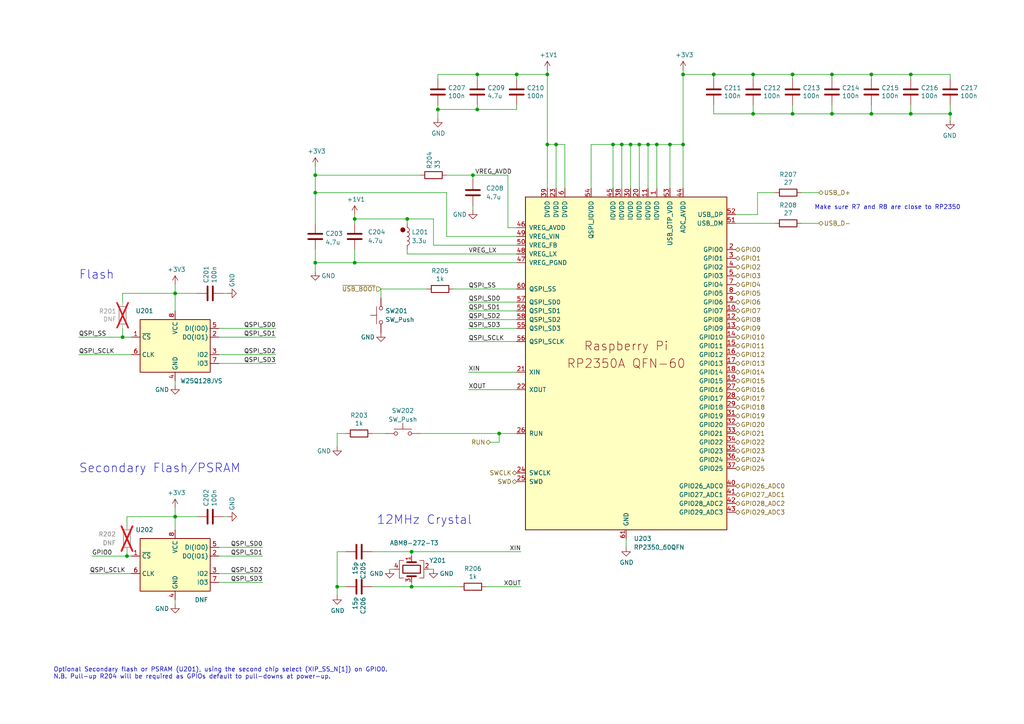
<source format=kicad_sch>
(kicad_sch (version 20250114) (generator "eeschema") (generator_version "9.0")
  (paper "A4")
  (title_block (title "MCU Core") (date "2026-02-04") (rev "1.0.0"))
  (lib_symbols
    (symbol "Device:C" (pin_numbers (hide yes)) (pin_names (offset 0.254))
      (property "Reference" "C" (at 0.635 2.54 0))
      (property "Value" "C" (at 0.635 -2.54 0))
      (symbol "C_0_1"
        (polyline (pts (xy -2.032 0.762) (xy 2.032 0.762)) (stroke (width 0.508)))
        (polyline (pts (xy -2.032 -0.762) (xy 2.032 -0.762)) (stroke (width 0.508)))
      )
      (symbol "C_1_1"
        (pin passive line (at 0 3.81 270) (length 2.794) (name "~") (number "1"))
        (pin passive line (at 0 -3.81 90) (length 2.794) (name "~") (number "2"))
      )
    )
    (symbol "Device:Crystal_GND24" (pin_names (offset 1.016) (hide yes))
      (property "Reference" "Y" (at 3.175 5.08 0))
      (property "Value" "Crystal_GND24" (at 3.175 3.175 0))
      (symbol "Crystal_GND24_0_1"
        (polyline (pts (xy -2.54 2.286) (xy -2.54 3.556) (xy 2.54 3.556) (xy 2.54 2.286)))
        (polyline (pts (xy -2.54 0) (xy -2.032 0)))
        (polyline (pts (xy -2.54 -2.286) (xy -2.54 -3.556) (xy 2.54 -3.556) (xy 2.54 -2.286)))
        (polyline (pts (xy -2.032 -1.27) (xy -2.032 1.27)) (stroke (width 0.508)))
        (rectangle (start -1.143 2.54) (end 1.143 -2.54) (stroke (width 0.3048)))
        (polyline (pts (xy 0 3.556) (xy 0 3.81)))
        (polyline (pts (xy 0 -3.81) (xy 0 -3.556)))
        (polyline (pts (xy 2.032 0) (xy 2.54 0)))
        (polyline (pts (xy 2.032 -1.27) (xy 2.032 1.27)) (stroke (width 0.508)))
      )
      (symbol "Crystal_GND24_1_1"
        (pin passive line (at -3.81 0 0) (length 1.27) (name "1") (number "1"))
        (pin passive line (at 0 5.08 270) (length 1.27) (name "2") (number "2"))
        (pin passive line (at 0 -5.08 90) (length 1.27) (name "4") (number "4"))
        (pin passive line (at 3.81 0 180) (length 1.27) (name "3") (number "3"))
      )
    )
    (symbol "Device:L" (pin_numbers (hide yes)) (pin_names (offset 1.016) (hide yes))
      (property "Reference" "L" (at -1.27 0 90))
      (property "Value" "L" (at 1.905 0 90))
      (symbol "L_0_1"
        (arc (start 0 2.54) (mid 0.6323 1.905) (end 0 1.27))
        (arc (start 0 1.27) (mid 0.6323 0.635) (end 0 0))
        (arc (start 0 0) (mid 0.6323 -0.635) (end 0 -1.27))
        (arc (start 0 -1.27) (mid 0.6323 -1.905) (end 0 -2.54))
      )
      (symbol "L_1_1"
        (pin passive line (at 0 3.81 270) (length 1.27) (name "1") (number "1"))
        (pin passive line (at 0 -3.81 90) (length 1.27) (name "2") (number "2"))
      )
    )
    (symbol "Device:R" (pin_numbers (hide yes)) (pin_names (offset 0))
      (property "Reference" "R" (at 2.032 0 90))
      (property "Value" "R" (at 0 0 90))
      (symbol "R_0_1"
        (rectangle (start -1.016 -2.54) (end 1.016 2.54) (stroke (width 0.254)))
      )
      (symbol "R_1_1"
        (pin passive line (at 0 3.81 270) (length 1.27) (name "~") (number "1"))
        (pin passive line (at 0 -3.81 90) (length 1.27) (name "~") (number "2"))
      )
    )
    (symbol "MCU_RaspberryPi_RP2350:RP2350_60QFN" (pin_names (offset 1.016))
      (property "Reference" "U" (at -29.21 49.53 0))
      (property "Value" "RP2350_60QFN" (at 24.13 -49.53 0))
      (symbol "RP2350_60QFN_0_0"
        (text "Raspberry Pi" (at 0 5.08 0) (effects (font (size 2.54 2.54))))
      )
      (symbol "RP2350_60QFN_0_1"
        (rectangle (start 29.21 48.26) (end -29.21 -48.26) (stroke (width 0.254)) (fill (type background)))
      )
      (symbol "RP2350_60QFN_1_0"
        (text "RP2350A QFN-60" (at 0 0 0) (effects (font (size 2.54 2.54))))
      )
      (symbol "RP2350_60QFN_1_1"
        (pin power_in line (at -31.75 39.37 0) (length 2.54) (name "VREG_AVDD") (number "46"))
        (pin power_in line (at -31.75 36.83 0) (length 2.54) (name "VREG_VIN") (number "49"))
        (pin input line (at -31.75 34.29 0) (length 2.54) (name "VREG_FB") (number "50"))
        (pin power_out line (at -31.75 31.75 0) (length 2.54) (name "VREG_LX") (number "48"))
        (pin power_in line (at -31.75 29.21 0) (length 2.54) (name "VREG_PGND") (number "47"))
        (pin bidirectional line (at -31.75 21.59 0) (length 2.54) (name "QSPI_SS") (number "60"))
        (pin bidirectional line (at -31.75 17.78 0) (length 2.54) (name "QSPI_SD0") (number "57"))
        (pin bidirectional line (at -31.75 15.24 0) (length 2.54) (name "QSPI_SD1") (number "59"))
        (pin bidirectional line (at -31.75 12.7 0) (length 2.54) (name "QSPI_SD2") (number "58"))
        (pin bidirectional line (at -31.75 10.16 0) (length 2.54) (name "QSPI_SD3") (number "55"))
        (pin output line (at -31.75 6.35 0) (length 2.54) (name "QSPI_SCLK") (number "56"))
        (pin input line (at -31.75 -2.54 0) (length 2.54) (name "XIN") (number "21"))
        (pin passive line (at -31.75 -7.62 0) (length 2.54) (name "XOUT") (number "22"))
        (pin input line (at -31.75 -20.32 0) (length 2.54) (name "RUN") (number "26"))
        (pin output line (at -31.75 -31.75 0) (length 2.54) (name "SWCLK") (number "24"))
        (pin bidirectional line (at -31.75 -34.29 0) (length 2.54) (name "SWD") (number "25"))
        (pin power_in line (at -22.86 50.8 270) (length 2.54) (name "DVDD") (number "39"))
        (pin power_in line (at -20.32 50.8 270) (length 2.54) (name "DVDD") (number "23"))
        (pin power_in line (at -17.78 50.8 270) (length 2.54) (name "DVDD") (number "6"))
        (pin power_in line (at -10.16 50.8 270) (length 2.54) (name "QSPI_IOVDD") (number "54"))
        (pin power_in line (at -3.81 50.8 270) (length 2.54) (name "IOVDD") (number "45"))
        (pin power_in line (at -1.27 50.8 270) (length 2.54) (name "IOVDD") (number "38"))
        (pin power_in line (at 0 -50.8 90) (length 2.54) (name "GND") (number "61"))
        (pin power_in line (at 1.27 50.8 270) (length 2.54) (name "IOVDD") (number "30"))
        (pin power_in line (at 3.81 50.8 270) (length 2.54) (name "IOVDD") (number "20"))
        (pin power_in line (at 6.35 50.8 270) (length 2.54) (name "IOVDD") (number "11"))
        (pin power_in line (at 8.89 50.8 270) (length 2.54) (name "IOVDD") (number "1"))
        (pin power_in line (at 12.7 50.8 270) (length 2.54) (name "USB_OTP_VDD") (number "53"))
        (pin power_in line (at 16.51 50.8 270) (length 2.54) (name "ADC_AVDD") (number "44"))
        (pin bidirectional line (at 31.75 43.18 180) (length 2.54) (name "USB_DP") (number "52"))
        (pin bidirectional line (at 31.75 40.64 180) (length 2.54) (name "USB_DM") (number "51"))
        (pin bidirectional line (at 31.75 33.02 180) (length 2.54) (name "GPIO0") (number "2"))
        (pin bidirectional line (at 31.75 30.48 180) (length 2.54) (name "GPIO1") (number "3"))
        (pin bidirectional line (at 31.75 27.94 180) (length 2.54) (name "GPIO2") (number "4"))
        (pin bidirectional line (at 31.75 25.4 180) (length 2.54) (name "GPIO3") (number "5"))
        (pin bidirectional line (at 31.75 22.86 180) (length 2.54) (name "GPIO4") (number "7"))
        (pin bidirectional line (at 31.75 20.32 180) (length 2.54) (name "GPIO5") (number "8"))
        (pin bidirectional line (at 31.75 17.78 180) (length 2.54) (name "GPIO6") (number "9"))
        (pin bidirectional line (at 31.75 15.24 180) (length 2.54) (name "GPIO7") (number "10"))
        (pin bidirectional line (at 31.75 12.7 180) (length 2.54) (name "GPIO8") (number "12"))
        (pin bidirectional line (at 31.75 10.16 180) (length 2.54) (name "GPIO9") (number "13"))
        (pin bidirectional line (at 31.75 7.62 180) (length 2.54) (name "GPIO10") (number "14"))
        (pin bidirectional line (at 31.75 5.08 180) (length 2.54) (name "GPIO11") (number "15"))
        (pin bidirectional line (at 31.75 2.54 180) (length 2.54) (name "GPIO12") (number "16"))
        (pin bidirectional line (at 31.75 0 180) (length 2.54) (name "GPIO13") (number "17"))
        (pin bidirectional line (at 31.75 -2.54 180) (length 2.54) (name "GPIO14") (number "18"))
        (pin bidirectional line (at 31.75 -5.08 180) (length 2.54) (name "GPIO15") (number "19"))
        (pin bidirectional line (at 31.75 -7.62 180) (length 2.54) (name "GPIO16") (number "27"))
        (pin bidirectional line (at 31.75 -10.16 180) (length 2.54) (name "GPIO17") (number "28"))
        (pin bidirectional line (at 31.75 -12.7 180) (length 2.54) (name "GPIO18") (number "29"))
        (pin bidirectional line (at 31.75 -15.24 180) (length 2.54) (name "GPIO19") (number "31"))
        (pin bidirectional line (at 31.75 -17.78 180) (length 2.54) (name "GPIO20") (number "32"))
        (pin bidirectional line (at 31.75 -20.32 180) (length 2.54) (name "GPIO21") (number "33"))
        (pin bidirectional line (at 31.75 -22.86 180) (length 2.54) (name "GPIO22") (number "34"))
        (pin bidirectional line (at 31.75 -25.4 180) (length 2.54) (name "GPIO23") (number "35"))
        (pin bidirectional line (at 31.75 -27.94 180) (length 2.54) (name "GPIO24") (number "36"))
        (pin bidirectional line (at 31.75 -30.48 180) (length 2.54) (name "GPIO25") (number "37"))
        (pin bidirectional line (at 31.75 -35.56 180) (length 2.54) (name "GPIO26_ADC0") (number "40"))
        (pin bidirectional line (at 31.75 -38.1 180) (length 2.54) (name "GPIO27_ADC1") (number "41"))
        (pin bidirectional line (at 31.75 -40.64 180) (length 2.54) (name "GPIO28_ADC2") (number "42"))
        (pin bidirectional line (at 31.75 -43.18 180) (length 2.54) (name "GPIO29_ADC3") (number "43"))
      )
    )
    (symbol "Memory_Flash:W25Q128JVS"
      (property "Reference" "U" (at -8.89 8.89 0))
      (property "Value" "W25Q128JVS" (at 7.62 8.89 0))
      (symbol "W25Q128JVS_0_1"
        (rectangle (start -10.16 7.62) (end 10.16 -7.62) (stroke (width 0.254)) (fill (type background)))
      )
      (symbol "W25Q128JVS_1_1"
        (pin input line (at -12.7 2.54 0) (length 2.54) (name "~{CS}") (number "1"))
        (pin input line (at -12.7 -2.54 0) (length 2.54) (name "CLK") (number "6"))
        (pin power_in line (at 0 10.16 270) (length 2.54) (name "VCC") (number "8"))
        (pin power_in line (at 0 -10.16 90) (length 2.54) (name "GND") (number "4"))
        (pin bidirectional line (at 12.7 5.08 180) (length 2.54) (name "DI(IO0)") (number "5"))
        (pin bidirectional line (at 12.7 2.54 180) (length 2.54) (name "DO(IO1)") (number "2"))
        (pin bidirectional line (at 12.7 -2.54 180) (length 2.54) (name "IO2") (number "3"))
        (pin bidirectional line (at 12.7 -5.08 180) (length 2.54) (name "IO3") (number "7"))
      )
    )
    (symbol "Switch:SW_Push" (pin_numbers (hide yes)) (pin_names (offset 1.016) (hide yes))
      (property "Reference" "SW" (at 1.27 2.54 0))
      (property "Value" "SW_Push" (at 0 -1.524 0))
      (symbol "SW_Push_0_1"
        (circle (center -2.032 0) (radius 0.508))
        (polyline (pts (xy 0 1.27) (xy 0 3.048)))
        (circle (center 2.032 0) (radius 0.508))
        (polyline (pts (xy 2.54 1.27) (xy -2.54 1.27)))
        (pin passive line (at -5.08 0 0) (length 2.54) (name "1") (number "1"))
        (pin passive line (at 5.08 0 180) (length 2.54) (name "2") (number "2"))
      )
    )
    (symbol "power:+1V1" (power) (pin_names (offset 0))
      (property "Value" "+1V1" (at 0 3.556 0))
      (symbol "+1V1_0_1"
        (polyline (pts (xy -0.762 1.27) (xy 0 2.54)))
        (polyline (pts (xy 0 2.54) (xy 0.762 1.27)))
        (polyline (pts (xy 0 0) (xy 0 2.54)))
      )
      (symbol "+1V1_1_1"
        (pin power_in line (at 0 0 90) (length 0) (hide yes) (name "+1V1") (number "1"))
      )
    )
    (symbol "power:+3V3" (power) (pin_names (offset 0))
      (property "Value" "+3V3" (at 0 3.556 0))
      (symbol "+3V3_0_1"
        (polyline (pts (xy -0.762 1.27) (xy 0 2.54)))
        (polyline (pts (xy 0 2.54) (xy 0.762 1.27)))
        (polyline (pts (xy 0 0) (xy 0 2.54)))
      )
      (symbol "+3V3_1_1"
        (pin power_in line (at 0 0 90) (length 0) (hide yes) (name "+3V3") (number "1"))
      )
    )
    (symbol "power:GND" (power) (pin_names (offset 0))
      (property "Value" "GND" (at 0 -3.81 0))
      (symbol "GND_0_1"
        (polyline (pts (xy 0 0) (xy 0 -1.27) (xy 1.27 -1.27) (xy 0 -2.54) (xy -1.27 -1.27) (xy 0 -1.27)))
      )
      (symbol "GND_1_1"
        (pin power_in line (at 0 0 270) (length 0) (hide yes) (name "GND") (number "1"))
      )
    )
  )
  (circle (center 116.84 66.675) (radius 0.635) (stroke (width 0) (color 132 0 0 1)) (fill (type color) (color 132 0 0 1)))
  (text "Make sure R7 and R8 are close to RP2350\n" (at 236.22 60.96 0) (effects (font (size 1.27 1.27)) (justify left bottom)))
  (text "12MHz Crystal" (at 109.22 152.4 0) (effects (font (size 2.54 2.54)) (justify left bottom)))
  (text "Optional Secondary flash or PSRAM (U201), using the second chip select (XIP_SS_N[1]) on GPIO0.\nN.B. Pull-up R204 will be required as GPIOs default to pull-downs at power-up." (at 15.494 197.104 0) (effects (font (size 1.27 1.27)) (justify left bottom)))
  (text "Flash" (at 22.86 81.28 0) (effects (font (size 2.54 2.54)) (justify left bottom)))
  (text "Secondary Flash/PSRAM" (at 22.86 137.414 0) (effects (font (size 2.54 2.54)) (justify left bottom)))
  (junction (at 138.43 21.59))
  (junction (at 194.31 41.91))
  (junction (at 182.88 41.91))
  (junction (at 229.87 33.02))
  (junction (at 144.78 125.73))
  (junction (at 198.12 21.59))
  (junction (at 102.87 63.5))
  (junction (at 241.3 33.02))
  (junction (at 91.44 76.2))
  (junction (at 50.8 149.86))
  (junction (at 187.96 41.91))
  (junction (at 102.87 76.2))
  (junction (at 137.16 50.8))
  (junction (at 185.42 41.91))
  (junction (at 97.79 170.18))
  (junction (at 180.34 41.91))
  (junction (at 198.12 41.91))
  (junction (at 252.73 21.59))
  (junction (at 119.38 160.02))
  (junction (at 264.16 33.02))
  (junction (at 50.8 85.09))
  (junction (at 91.44 55.88))
  (junction (at 158.75 21.59))
  (junction (at 177.8 41.91))
  (junction (at 241.3 21.59))
  (junction (at 118.11 63.5))
  (junction (at 218.44 21.59))
  (junction (at 190.5 41.91))
  (junction (at 218.44 33.02))
  (junction (at 229.87 21.59))
  (junction (at 207.01 21.59))
  (junction (at 91.44 50.8))
  (junction (at 158.75 41.91))
  (junction (at 275.59 33.02))
  (junction (at 264.16 21.59))
  (junction (at 252.73 33.02))
  (junction (at 36.83 161.29))
  (junction (at 161.29 41.91))
  (junction (at 127 31.75))
  (junction (at 119.38 170.18))
  (junction (at 35.56 97.79))
  (junction (at 149.86 21.59))
  (junction (at 138.43 31.75))
  (wire (pts (xy 138.43 31.75) (xy 149.86 31.75)))
  (wire (pts (xy 125.73 71.12) (xy 125.73 63.5)))
  (wire (pts (xy 107.95 170.18) (xy 119.38 170.18)))
  (wire (pts (xy 50.8 173.99) (xy 50.8 175.26)))
  (wire (pts (xy 149.86 71.12) (xy 125.73 71.12)))
  (wire (pts (xy 275.59 22.86) (xy 275.59 21.59)))
  (wire (pts (xy 102.87 62.23) (xy 102.87 63.5)))
  (wire (pts (xy 100.33 170.18) (xy 97.79 170.18)))
  (wire (pts (xy 207.01 21.59) (xy 218.44 21.59)))
  (wire (pts (xy 198.12 41.91) (xy 198.12 54.61)))
  (wire (pts (xy 50.8 110.49) (xy 50.8 111.76)))
  (wire (pts (xy 110.49 86.36) (xy 110.49 83.82)))
  (wire (pts (xy 91.44 48.26) (xy 91.44 50.8)))
  (wire (pts (xy 161.29 41.91) (xy 158.75 41.91)))
  (wire (pts (xy 127 30.48) (xy 127 31.75)))
  (wire (pts (xy 107.95 125.73) (xy 111.76 125.73)))
  (wire (pts (xy 97.79 125.73) (xy 97.79 129.54)))
  (wire (pts (xy 149.86 83.82) (xy 131.445 83.82)))
  (wire (pts (xy 218.44 33.02) (xy 207.01 33.02)))
  (wire (pts (xy 35.56 95.25) (xy 35.56 97.79)))
  (wire (pts (xy 50.8 147.32) (xy 50.8 149.86)))
  (wire (pts (xy 229.87 33.02) (xy 218.44 33.02)))
  (wire (pts (xy 35.56 87.63) (xy 35.56 85.09)))
  (wire (pts (xy 232.41 55.88) (xy 237.49 55.88)))
  (wire (pts (xy 125.73 63.5) (xy 118.11 63.5)))
  (wire (pts (xy 218.44 21.59) (xy 229.87 21.59)))
  (wire (pts (xy 22.86 97.79) (xy 35.56 97.79)))
  (wire (pts (xy 177.8 54.61) (xy 177.8 41.91)))
  (wire (pts (xy 187.96 41.91) (xy 190.5 41.91)))
  (wire (pts (xy 135.89 90.17) (xy 149.86 90.17)))
  (wire (pts (xy 264.16 33.02) (xy 252.73 33.02)))
  (wire (pts (xy 138.43 30.48) (xy 138.43 31.75)))
  (wire (pts (xy 229.87 22.86) (xy 229.87 21.59)))
  (wire (pts (xy 149.86 113.03) (xy 135.89 113.03)))
  (wire (pts (xy 97.79 170.18) (xy 97.79 172.72)))
  (wire (pts (xy 22.86 102.87) (xy 38.1 102.87)))
  (wire (pts (xy 180.34 54.61) (xy 180.34 41.91)))
  (wire (pts (xy 158.75 41.91) (xy 158.75 54.61)))
  (wire (pts (xy 198.12 20.32) (xy 198.12 21.59)))
  (wire (pts (xy 135.89 92.71) (xy 149.86 92.71)))
  (wire (pts (xy 35.56 85.09) (xy 50.8 85.09)))
  (wire (pts (xy 187.96 54.61) (xy 187.96 41.91)))
  (wire (pts (xy 241.3 21.59) (xy 252.73 21.59)))
  (wire (pts (xy 63.5 102.87) (xy 80.01 102.87)))
  (wire (pts (xy 50.8 149.86) (xy 50.8 153.67)))
  (wire (pts (xy 185.42 41.91) (xy 187.96 41.91)))
  (wire (pts (xy 177.8 41.91) (xy 180.34 41.91)))
  (wire (pts (xy 63.5 95.25) (xy 80.01 95.25)))
  (wire (pts (xy 91.44 55.88) (xy 129.54 55.88)))
  (wire (pts (xy 36.83 149.86) (xy 50.8 149.86)))
  (wire (pts (xy 264.16 21.59) (xy 275.59 21.59)))
  (wire (pts (xy 119.38 170.18) (xy 133.35 170.18)))
  (wire (pts (xy 275.59 33.02) (xy 275.59 34.925)))
  (wire (pts (xy 63.5 168.91) (xy 76.2 168.91)))
  (wire (pts (xy 129.54 55.88) (xy 129.54 68.58)))
  (wire (pts (xy 36.83 161.29) (xy 38.1 161.29)))
  (wire (pts (xy 35.56 97.79) (xy 38.1 97.79)))
  (wire (pts (xy 127 22.86) (xy 127 21.59)))
  (wire (pts (xy 36.83 152.4) (xy 36.83 149.86)))
  (wire (pts (xy 97.79 160.02) (xy 97.79 170.18)))
  (wire (pts (xy 138.43 22.86) (xy 138.43 21.59)))
  (wire (pts (xy 63.5 166.37) (xy 76.2 166.37)))
  (wire (pts (xy 241.3 22.86) (xy 241.3 21.59)))
  (wire (pts (xy 127 31.75) (xy 127 34.29)))
  (wire (pts (xy 26.67 161.29) (xy 36.83 161.29)))
  (wire (pts (xy 229.87 21.59) (xy 241.3 21.59)))
  (wire (pts (xy 64.77 85.09) (xy 66.04 85.09)))
  (wire (pts (xy 144.78 125.73) (xy 149.86 125.73)))
  (wire (pts (xy 180.34 41.91) (xy 182.88 41.91)))
  (wire (pts (xy 91.44 50.8) (xy 91.44 55.88)))
  (wire (pts (xy 91.44 76.2) (xy 91.44 78.74)))
  (wire (pts (xy 36.83 160.02) (xy 36.83 161.29)))
  (wire (pts (xy 135.89 87.63) (xy 149.86 87.63)))
  (wire (pts (xy 113.03 165.1) (xy 114.3 165.1)))
  (wire (pts (xy 194.31 41.91) (xy 198.12 41.91)))
  (wire (pts (xy 137.16 50.8) (xy 147.32 50.8)))
  (wire (pts (xy 57.15 149.86) (xy 50.8 149.86)))
  (wire (pts (xy 158.75 20.32) (xy 158.75 21.59)))
  (wire (pts (xy 190.5 41.91) (xy 190.5 54.61)))
  (wire (pts (xy 252.73 33.02) (xy 241.3 33.02)))
  (wire (pts (xy 140.97 170.18) (xy 151.13 170.18)))
  (wire (pts (xy 229.87 30.48) (xy 229.87 33.02)))
  (wire (pts (xy 185.42 54.61) (xy 185.42 41.91)))
  (wire (pts (xy 182.88 41.91) (xy 185.42 41.91)))
  (wire (pts (xy 107.95 160.02) (xy 119.38 160.02)))
  (wire (pts (xy 218.44 30.48) (xy 218.44 33.02)))
  (wire (pts (xy 118.11 63.5) (xy 118.11 64.77)))
  (wire (pts (xy 252.73 30.48) (xy 252.73 33.02)))
  (wire (pts (xy 198.12 21.59) (xy 207.01 21.59)))
  (wire (pts (xy 57.15 85.09) (xy 50.8 85.09)))
  (wire (pts (xy 207.01 30.48) (xy 207.01 33.02)))
  (wire (pts (xy 100.33 125.73) (xy 97.79 125.73)))
  (wire (pts (xy 158.75 21.59) (xy 158.75 41.91)))
  (wire (pts (xy 64.77 149.86) (xy 66.04 149.86)))
  (wire (pts (xy 91.44 76.2) (xy 102.87 76.2)))
  (wire (pts (xy 181.61 156.21) (xy 181.61 158.75)))
  (wire (pts (xy 91.44 50.8) (xy 121.92 50.8)))
  (wire (pts (xy 102.87 64.77) (xy 102.87 63.5)))
  (wire (pts (xy 218.44 22.86) (xy 218.44 21.59)))
  (wire (pts (xy 129.54 50.8) (xy 137.16 50.8)))
  (wire (pts (xy 213.36 62.23) (xy 219.71 62.23)))
  (wire (pts (xy 119.38 168.91) (xy 119.38 170.18)))
  (wire (pts (xy 119.38 160.02) (xy 151.13 160.02)))
  (wire (pts (xy 264.16 33.02) (xy 275.59 33.02)))
  (wire (pts (xy 129.54 68.58) (xy 149.86 68.58)))
  (wire (pts (xy 207.01 22.86) (xy 207.01 21.59)))
  (wire (pts (xy 264.16 30.48) (xy 264.16 33.02)))
  (wire (pts (xy 63.5 97.79) (xy 80.01 97.79)))
  (wire (pts (xy 135.89 95.25) (xy 149.86 95.25)))
  (wire (pts (xy 137.16 50.8) (xy 137.16 52.07)))
  (wire (pts (xy 252.73 22.86) (xy 252.73 21.59)))
  (wire (pts (xy 63.5 158.75) (xy 76.2 158.75)))
  (wire (pts (xy 194.31 54.61) (xy 194.31 41.91)))
  (wire (pts (xy 118.11 73.66) (xy 118.11 72.39)))
  (wire (pts (xy 219.71 55.88) (xy 219.71 62.23)))
  (wire (pts (xy 149.86 21.59) (xy 158.75 21.59)))
  (wire (pts (xy 161.29 54.61) (xy 161.29 41.91)))
  (wire (pts (xy 50.8 82.55) (xy 50.8 85.09)))
  (wire (pts (xy 26.035 166.37) (xy 38.1 166.37)))
  (wire (pts (xy 275.59 30.48) (xy 275.59 33.02)))
  (wire (pts (xy 63.5 105.41) (xy 80.01 105.41)))
  (wire (pts (xy 135.89 107.95) (xy 149.86 107.95)))
  (wire (pts (xy 147.32 66.04) (xy 149.86 66.04)))
  (wire (pts (xy 110.49 83.82) (xy 123.825 83.82)))
  (wire (pts (xy 144.78 128.27) (xy 144.78 125.73)))
  (wire (pts (xy 63.5 161.29) (xy 76.2 161.29)))
  (wire (pts (xy 100.33 160.02) (xy 97.79 160.02)))
  (wire (pts (xy 213.36 64.77) (xy 224.79 64.77)))
  (wire (pts (xy 264.16 22.86) (xy 264.16 21.59)))
  (wire (pts (xy 219.71 55.88) (xy 224.79 55.88)))
  (wire (pts (xy 127 21.59) (xy 138.43 21.59)))
  (wire (pts (xy 138.43 21.59) (xy 149.86 21.59)))
  (wire (pts (xy 149.86 22.86) (xy 149.86 21.59)))
  (wire (pts (xy 127 31.75) (xy 138.43 31.75)))
  (wire (pts (xy 137.16 60.96) (xy 137.16 59.69)))
  (wire (pts (xy 241.3 33.02) (xy 229.87 33.02)))
  (wire (pts (xy 147.32 50.8) (xy 147.32 66.04)))
  (wire (pts (xy 252.73 21.59) (xy 264.16 21.59)))
  (wire (pts (xy 182.88 54.61) (xy 182.88 41.91)))
  (wire (pts (xy 163.83 41.91) (xy 163.83 54.61)))
  (wire (pts (xy 142.24 128.27) (xy 144.78 128.27)))
  (wire (pts (xy 50.8 85.09) (xy 50.8 90.17)))
  (wire (pts (xy 102.87 76.2) (xy 149.86 76.2)))
  (wire (pts (xy 241.3 30.48) (xy 241.3 33.02)))
  (wire (pts (xy 124.46 165.1) (xy 125.73 165.1)))
  (wire (pts (xy 119.38 161.29) (xy 119.38 160.02)))
  (wire (pts (xy 190.5 41.91) (xy 194.31 41.91)))
  (wire (pts (xy 149.86 31.75) (xy 149.86 30.48)))
  (wire (pts (xy 149.86 99.06) (xy 135.89 99.06)))
  (wire (pts (xy 91.44 72.39) (xy 91.44 76.2)))
  (wire (pts (xy 171.45 54.61) (xy 171.45 41.91)))
  (wire (pts (xy 171.45 41.91) (xy 177.8 41.91)))
  (wire (pts (xy 91.44 55.88) (xy 91.44 64.77)))
  (wire (pts (xy 198.12 21.59) (xy 198.12 41.91)))
  (wire (pts (xy 232.41 64.77) (xy 237.49 64.77)))
  (wire (pts (xy 161.29 41.91) (xy 163.83 41.91)))
  (wire (pts (xy 102.87 63.5) (xy 118.11 63.5)))
  (wire (pts (xy 121.92 125.73) (xy 144.78 125.73)))
  (wire (pts (xy 102.87 72.39) (xy 102.87 76.2)))
  (wire (pts (xy 118.11 73.66) (xy 149.86 73.66)))
  (label "QSPI_SD0" (at 135.89 87.63 0))
  (label "QSPI_SD1" (at 80.01 97.79 180))
  (label "QSPI_SS" (at 135.89 83.82 0))
  (label "QSPI_SD3" (at 80.01 105.41 180))
  (label "QSPI_SD2" (at 76.2 166.37 180))
  (label "XOUT" (at 151.13 170.18 180))
  (label "XIN" (at 135.89 107.95 0))
  (label "QSPI_SD0" (at 76.2 158.75 180))
  (label "QSPI_SCLK" (at 22.86 102.87 0))
  (label "XOUT" (at 135.89 113.03 0))
  (label "QSPI_SD2" (at 80.01 102.87 180))
  (label "XIN" (at 151.13 160.02 180))
  (label "QSPI_SD1" (at 135.89 90.17 0))
  (label "QSPI_SD3" (at 135.89 95.25 0))
  (label "QSPI_SCLK" (at 135.89 99.06 0))
  (label "QSPI_SS" (at 22.86 97.79 0))
  (label "QSPI_SD0" (at 80.01 95.25 180))
  (label "VREG_AVDD" (at 137.795 50.8 0))
  (label "VREG_LX" (at 135.89 73.66 0))
  (label "QSPI_SCLK" (at 26.035 166.37 0))
  (label "QSPI_SD3" (at 76.2 168.91 180))
  (label "QSPI_SD2" (at 135.89 92.71 0))
  (label "QSPI_SD1" (at 76.2 161.29 180))
  (label "GPIO0" (at 26.67 161.29 0))
  (hierarchical_label "GPIO10" (shape bidirectional) (at 213.36 97.79 0))
  (hierarchical_label "GPIO5" (shape bidirectional) (at 213.36 85.09 0))
  (hierarchical_label "GPIO18" (shape bidirectional) (at 213.36 118.11 0))
  (hierarchical_label "GPIO9" (shape bidirectional) (at 213.36 95.25 0))
  (hierarchical_label "GPIO2" (shape bidirectional) (at 213.36 77.47 0))
  (hierarchical_label "RUN" (shape bidirectional) (at 142.24 128.27 180))
  (hierarchical_label "USB_D+" (shape bidirectional) (at 237.49 55.88 0))
  (hierarchical_label "GPIO26_ADC0" (shape bidirectional) (at 213.36 140.97 0))
  (hierarchical_label "GPIO19" (shape bidirectional) (at 213.36 120.65 0))
  (hierarchical_label "GPIO16" (shape bidirectional) (at 213.36 113.03 0))
  (hierarchical_label "GPIO0" (shape bidirectional) (at 213.36 72.39 0))
  (hierarchical_label "GPIO11" (shape bidirectional) (at 213.36 100.33 0))
  (hierarchical_label "GPIO23" (shape bidirectional) (at 213.36 130.81 0))
  (hierarchical_label "GPIO28_ADC2" (shape bidirectional) (at 213.36 146.05 0))
  (hierarchical_label "GPIO4" (shape bidirectional) (at 213.36 82.55 0))
  (hierarchical_label "GPIO6" (shape bidirectional) (at 213.36 87.63 0))
  (hierarchical_label "GPIO20" (shape bidirectional) (at 213.36 123.19 0))
  (hierarchical_label "GPIO8" (shape bidirectional) (at 213.36 92.71 0))
  (hierarchical_label "GPIO22" (shape bidirectional) (at 213.36 128.27 0))
  (hierarchical_label "GPIO7" (shape bidirectional) (at 213.36 90.17 0))
  (hierarchical_label "USB_D-" (shape bidirectional) (at 237.49 64.77 0))
  (hierarchical_label "GPIO13" (shape bidirectional) (at 213.36 105.41 0))
  (hierarchical_label "GPIO25" (shape bidirectional) (at 213.36 135.89 0))
  (hierarchical_label "SWCLK" (shape bidirectional) (at 149.86 137.16 180))
  (hierarchical_label "~{USB_BOOT}" (shape input) (at 110.49 83.82 180))
  (hierarchical_label "GPIO15" (shape bidirectional) (at 213.36 110.49 0))
  (hierarchical_label "GPIO12" (shape bidirectional) (at 213.36 102.87 0))
  (hierarchical_label "GPIO17" (shape bidirectional) (at 213.36 115.57 0))
  (hierarchical_label "GPIO14" (shape bidirectional) (at 213.36 107.95 0))
  (hierarchical_label "GPIO27_ADC1" (shape bidirectional) (at 213.36 143.51 0))
  (hierarchical_label "GPIO1" (shape bidirectional) (at 213.36 74.93 0))
  (hierarchical_label "GPIO29_ADC3" (shape bidirectional) (at 213.36 148.59 0))
  (hierarchical_label "GPIO3" (shape bidirectional) (at 213.36 80.01 0))
  (hierarchical_label "GPIO24" (shape bidirectional) (at 213.36 133.35 0))
  (hierarchical_label "SWD" (shape bidirectional) (at 149.86 139.7 180))
  (hierarchical_label "GPIO21" (shape bidirectional) (at 213.36 125.73 0))
  (symbol (lib_id "Memory_Flash:W25Q128JVS") (at 50.8 100.33 0) (unit 1)
    (property "Reference" "U201" (at 41.91 90.17 0))
    (property "Value" "W25Q128JVS" (at 58.42 110.49 0))
    (property "Footprint" "Package_SO:SOIC-8_5.3x5.3mm_P1.27mm" (effects (hide yes)))
    (property "Datasheet" "http://www.winbond.com/resource-files/w25q128jv_dtr%20revc%2003272018%20plus.pdf" (effects (hide yes)))
  )
  (symbol (lib_id "power:+3V3") (at 50.8 82.55 0) (unit 1)
    (property "Reference" "#PWR0201" (effects (hide yes)))
    (property "Value" "+3V3" (at 51.181 78.1558 0))
  )
  (symbol (lib_id "power:GND") (at 50.8 111.76 0) (unit 1)
    (property "Reference" "#PWR0202" (effects (hide yes)))
    (property "Value" "GND" (at 46.99 113.03 0))
  )
  (symbol (lib_id "Device:R") (at 35.56 91.44 0) (mirror y) (unit 1) (dnp yes)
    (property "Reference" "R201" (at 33.782 90.2716 0) (effects (justify left)))
    (property "Value" "DNF" (at 33.782 92.583 0) (effects (justify left)))
    (property "Footprint" "Resistor_SMD:R_0603_1608Metric" (effects (hide yes)))
  )
  (symbol (lib_id "Device:C") (at 60.96 85.09 90) (unit 1)
    (property "Reference" "C201" (at 59.7916 82.169 0) (effects (justify left)))
    (property "Value" "100n" (at 62.103 82.169 0) (effects (justify left)))
    (property "Footprint" "Capacitor_SMD:C_0603_1608Metric" (effects (hide yes)))
  )
  (symbol (lib_id "power:GND") (at 66.04 85.09 90) (unit 1)
    (property "Reference" "#PWR0205" (effects (hide yes)))
    (property "Value" "GND" (at 67.31 81.28 0))
  )
  (symbol (lib_id "power:GND") (at 181.61 158.75 0) (unit 1)
    (property "Reference" "#PWR0218" (effects (hide yes)))
    (property "Value" "GND" (at 181.737 163.1442 0))
  )
  (symbol (lib_id "Device:R") (at 228.6 55.88 270) (unit 1)
    (property "Reference" "R207" (at 228.6 50.6222 90))
    (property "Value" "27" (at 228.6 52.9336 90))
    (property "Footprint" "Resistor_SMD:R_0603_1608Metric" (effects (hide yes)))
  )
  (symbol (lib_id "Device:R") (at 228.6 64.77 270) (unit 1)
    (property "Reference" "R208" (at 228.6 59.5122 90))
    (property "Value" "27" (at 228.6 61.8236 90))
    (property "Footprint" "Resistor_SMD:R_0603_1608Metric" (effects (hide yes)))
  )
  (symbol (lib_id "power:+3V3") (at 198.12 20.32 0) (unit 1)
    (property "Reference" "#PWR0219" (effects (hide yes)))
    (property "Value" "+3V3" (at 198.501 15.9258 0))
  )
  (symbol (lib_id "Device:C") (at 207.01 26.67 0) (unit 1)
    (property "Reference" "C211" (at 209.931 25.5016 0) (effects (justify left)))
    (property "Value" "100n" (at 209.931 27.813 0) (effects (justify left)))
    (property "Footprint" "Capacitor_SMD:C_0402_1005Metric" (effects (hide yes)))
  )
  (symbol (lib_id "Device:C") (at 218.44 26.67 0) (unit 1)
    (property "Reference" "C212" (at 221.361 25.5016 0) (effects (justify left)))
    (property "Value" "100n" (at 221.361 27.813 0) (effects (justify left)))
    (property "Footprint" "Capacitor_SMD:C_0402_1005Metric" (effects (hide yes)))
  )
  (symbol (lib_id "Device:C") (at 229.87 26.67 0) (unit 1)
    (property "Reference" "C213" (at 232.791 25.5016 0) (effects (justify left)))
    (property "Value" "100n" (at 232.791 27.813 0) (effects (justify left)))
    (property "Footprint" "Capacitor_SMD:C_0402_1005Metric" (effects (hide yes)))
  )
  (symbol (lib_id "Device:C") (at 241.3 26.67 0) (unit 1)
    (property "Reference" "C214" (at 244.221 25.5016 0) (effects (justify left)))
    (property "Value" "100n" (at 244.221 27.813 0) (effects (justify left)))
    (property "Footprint" "Capacitor_SMD:C_0402_1005Metric" (effects (hide yes)))
  )
  (symbol (lib_id "Device:C") (at 252.73 26.67 0) (unit 1)
    (property "Reference" "C215" (at 255.651 25.5016 0) (effects (justify left)))
    (property "Value" "100n" (at 255.651 27.813 0) (effects (justify left)))
    (property "Footprint" "Capacitor_SMD:C_0402_1005Metric" (effects (hide yes)))
  )
  (symbol (lib_id "Device:C") (at 264.16 26.67 0) (unit 1)
    (property "Reference" "C216" (at 267.081 25.5016 0) (effects (justify left)))
    (property "Value" "100n" (at 267.081 27.813 0) (effects (justify left)))
    (property "Footprint" "Capacitor_SMD:C_0402_1005Metric" (effects (hide yes)))
  )
  (symbol (lib_id "power:+3V3") (at 50.8 147.32 0) (unit 1)
    (property "Reference" "#PWR0203" (effects (hide yes)))
    (property "Value" "+3V3" (at 51.181 142.9258 0))
  )
  (symbol (lib_id "Device:C") (at 60.96 149.86 90) (unit 1)
    (property "Reference" "C202" (at 59.7916 146.939 0) (effects (justify left)))
    (property "Value" "100n" (at 62.103 146.939 0) (effects (justify left)))
    (property "Footprint" "Capacitor_SMD:C_0603_1608Metric" (effects (hide yes)))
  )
  (symbol (lib_id "power:+3V3") (at 91.44 48.26 0) (unit 1)
    (property "Reference" "#PWR0207" (effects (hide yes)))
    (property "Value" "+3V3" (at 91.821 43.8658 0))
  )
  (symbol (lib_id "Device:C") (at 149.86 26.67 0) (unit 1)
    (property "Reference" "C210" (at 152.781 25.5016 0) (effects (justify left)))
    (property "Value" "100n" (at 152.781 27.813 0) (effects (justify left)))
    (property "Footprint" "Capacitor_SMD:C_0402_1005Metric" (effects (hide yes)))
  )
  (symbol (lib_id "Memory_Flash:W25Q128JVS") (at 50.8 163.83 0) (unit 1)
    (property "Reference" "U202" (at 41.91 153.67 0))
    (property "Value" "DNF" (at 58.42 173.99 0))
    (property "Footprint" "Package_SO:SOIC-8_5.3x5.3mm_P1.27mm" (effects (hide yes)))
    (property "Datasheet" "http://www.winbond.com/resource-files/w25q128jv_dtr%20revc%2003272018%20plus.pdf" (effects (hide yes)))
  )
  (symbol (lib_id "Device:R") (at 104.14 125.73 270) (unit 1)
    (property "Reference" "R203" (at 104.14 120.4722 90))
    (property "Value" "1k" (at 104.14 122.7836 90))
    (property "Footprint" "Resistor_SMD:R_0603_1608Metric" (effects (hide yes)))
  )
  (symbol (lib_id "power:GND") (at 137.16 60.96 0) (unit 1)
    (property "Reference" "#PWR0216" (effects (hide yes)))
    (property "Value" "GND" (at 133.35 62.23 0))
  )
  (symbol (lib_id "MCU_RaspberryPi_RP2350:RP2350_60QFN") (at 181.61 105.41 0) (unit 1)
    (property "Reference" "U203" (at 183.8041 156.21 0) (effects (justify left)))
    (property "Value" "RP2350_60QFN" (at 183.8041 158.75 0) (effects (justify left)))
    (property "Footprint" "RP2350_60QFN_minimal:RP2350-QFN-60-1EP_7x7_P0.4mm_EP3.4x3.4mm_ThermalVias" (effects (hide yes)))
  )
  (symbol (lib_id "Device:C") (at 275.59 26.67 0) (unit 1)
    (property "Reference" "C217" (at 278.511 25.5016 0) (effects (justify left)))
    (property "Value" "100n" (at 278.511 27.813 0) (effects (justify left)))
    (property "Footprint" "Capacitor_SMD:C_0402_1005Metric" (effects (hide yes)))
  )
  (symbol (lib_id "power:GND") (at 97.79 172.72 0) (unit 1)
    (property "Reference" "#PWR0210" (effects (hide yes)))
    (property "Value" "GND" (at 97.917 177.1142 0))
  )
  (symbol (lib_id "Switch:SW_Push") (at 116.84 125.73 0) (unit 1)
    (property "Reference" "SW202" (at 116.84 119.1092 0))
    (property "Value" "SW_Push" (at 116.84 121.6461 0))
    (property "Footprint" "Button_Switch_SMD:SW_SPST_CK_RS282G05A3" (effects (hide yes)))
  )
  (symbol (lib_id "Device:R") (at 127.635 83.82 270) (unit 1)
    (property "Reference" "R205" (at 127.635 78.5622 90))
    (property "Value" "1k" (at 127.635 80.8736 90))
    (property "Footprint" "Resistor_SMD:R_0603_1608Metric" (effects (hide yes)))
  )
  (symbol (lib_id "Device:R") (at 125.73 50.8 90) (unit 1)
    (property "Reference" "R204" (at 124.5616 49.022 0) (effects (justify left)))
    (property "Value" "33" (at 126.873 49.022 0) (effects (justify left)))
    (property "Footprint" "Resistor_SMD:R_0603_1608Metric" (effects (hide yes)))
  )
  (symbol (lib_id "Switch:SW_Push") (at 110.49 91.44 90) (unit 1)
    (property "Reference" "SW201" (at 111.76 90.1699 90) (effects (justify right)))
    (property "Value" "SW_Push" (at 111.76 92.7099 90) (effects (justify right)))
    (property "Footprint" "Button_Switch_SMD:SW_SPST_CK_RS282G05A3" (effects (hide yes)))
  )
  (symbol (lib_id "power:GND") (at 66.04 149.86 90) (unit 1)
    (property "Reference" "#PWR0206" (effects (hide yes)))
    (property "Value" "GND" (at 67.31 146.05 0))
  )
  (symbol (lib_id "Device:C") (at 91.44 68.58 0) (unit 1)
    (property "Reference" "C203" (at 94.361 67.7453 0) (effects (justify left)))
    (property "Value" "4.7u" (at 94.361 70.2822 0) (effects (justify left)))
    (property "Footprint" "RP2350_60QFN_minimal:C_0402_1005Metric_small_pads" (effects (hide yes)))
  )
  (symbol (lib_id "power:GND") (at 125.73 165.1 0) (unit 1)
    (property "Reference" "#PWR0214" (effects (hide yes)))
    (property "Value" "GND" (at 129.54 166.37 0))
  )
  (symbol (lib_id "power:GND") (at 50.8 175.26 0) (unit 1)
    (property "Reference" "#PWR0204" (effects (hide yes)))
    (property "Value" "GND" (at 46.99 176.53 0))
  )
  (symbol (lib_id "power:GND") (at 127 34.29 0) (unit 1)
    (property "Reference" "#PWR0215" (effects (hide yes)))
    (property "Value" "GND" (at 127.127 38.6842 0))
  )
  (symbol (lib_id "Device:C") (at 104.14 170.18 270) (unit 1)
    (property "Reference" "C206" (at 105.3084 173.101 0) (effects (justify left)))
    (property "Value" "15p" (at 102.997 173.101 0) (effects (justify left)))
    (property "Footprint" "Capacitor_SMD:C_0603_1608Metric" (effects (hide yes)))
  )
  (symbol (lib_id "Device:C") (at 102.87 68.58 0) (unit 1)
    (property "Reference" "C204" (at 106.68 67.31 0) (effects (justify left)))
    (property "Value" "4.7u" (at 106.68 69.85 0) (effects (justify left)))
    (property "Footprint" "RP2350_60QFN_minimal:C_0402_1005Metric_small_pads" (effects (hide yes)))
  )
  (symbol (lib_id "Device:C") (at 137.16 55.88 0) (unit 1)
    (property "Reference" "C208" (at 140.97 54.61 0) (effects (justify left)))
    (property "Value" "4.7u" (at 140.97 57.15 0) (effects (justify left)))
    (property "Footprint" "Capacitor_SMD:C_0603_1608Metric" (effects (hide yes)))
  )
  (symbol (lib_id "power:GND") (at 110.49 96.52 0) (unit 1)
    (property "Reference" "#PWR0212" (effects (hide yes)))
    (property "Value" "GND" (at 106.68 97.79 0))
  )
  (symbol (lib_id "power:+1V1") (at 158.75 20.32 0) (unit 1)
    (property "Reference" "#PWR0217" (effects (hide yes)))
    (property "Value" "+1V1" (at 159.131 15.9258 0))
  )
  (symbol (lib_id "Device:R") (at 137.16 170.18 270) (unit 1)
    (property "Reference" "R206" (at 137.16 164.9222 90))
    (property "Value" "1k" (at 137.16 167.2336 90))
    (property "Footprint" "Resistor_SMD:R_0603_1608Metric" (effects (hide yes)))
  )
  (symbol (lib_id "Device:C") (at 127 26.67 0) (unit 1)
    (property "Reference" "C207" (at 129.921 25.5016 0) (effects (justify left)))
    (property "Value" "100n" (at 129.921 27.813 0) (effects (justify left)))
    (property "Footprint" "Capacitor_SMD:C_0402_1005Metric" (effects (hide yes)))
  )
  (symbol (lib_id "Device:C") (at 138.43 26.67 0) (unit 1)
    (property "Reference" "C209" (at 141.351 25.5016 0) (effects (justify left)))
    (property "Value" "4.7u" (at 141.351 27.813 0) (effects (justify left)))
    (property "Footprint" "Capacitor_SMD:C_0402_1005Metric" (effects (hide yes)))
  )
  (symbol (lib_id "power:GND") (at 113.03 165.1 0) (unit 1)
    (property "Reference" "#PWR0213" (effects (hide yes)))
    (property "Value" "GND" (at 109.22 166.37 0))
  )
  (symbol (lib_id "Device:R") (at 36.83 156.21 0) (mirror y) (unit 1) (dnp yes)
    (property "Reference" "R202" (at 33.655 154.94 0) (effects (justify left)))
    (property "Value" "DNF" (at 33.655 157.48 0) (effects (justify left)))
    (property "Footprint" "Resistor_SMD:R_0603_1608Metric" (effects (hide yes)))
  )
  (symbol (lib_id "power:GND") (at 275.59 34.925 0) (mirror y) (unit 1)
    (property "Reference" "#PWR0220" (effects (hide yes)))
    (property "Value" "GND" (at 275.463 39.3192 0))
  )
  (symbol (lib_id "Device:L") (at 118.11 68.58 0) (unit 1)
    (property "Reference" "L201" (at 119.38 67.31 0) (effects (justify left)))
    (property "Value" "3.3u" (at 119.38 69.85 0) (effects (justify left)))
    (property "Footprint" "RP2350_60QFN_minimal:L_pol_2016" (effects (hide yes)))
  )
  (symbol (lib_id "Device:Crystal_GND24") (at 119.38 165.1 270) (unit 1)
    (property "Reference" "Y201" (at 124.46 162.56 90) (effects (justify left)))
    (property "Value" "ABM8-272-T3" (at 113.03 157.48 90) (effects (justify left)))
    (property "Footprint" "Crystal:Crystal_SMD_3225-4Pin_3.2x2.5mm" (effects (hide yes)))
  )
  (symbol (lib_id "power:GND") (at 97.79 129.54 0) (unit 1)
    (property "Reference" "#PWR0209" (effects (hide yes)))
    (property "Value" "GND" (at 93.98 130.81 0))
  )
  (symbol (lib_id "power:GND") (at 91.44 78.74 0) (mirror y) (unit 1)
    (property "Reference" "#PWR0208" (effects (hide yes)))
    (property "Value" "GND" (at 95.25 80.01 0))
  )
  (symbol (lib_id "Device:C") (at 104.14 160.02 270) (unit 1)
    (property "Reference" "C205" (at 105.3084 162.941 0) (effects (justify left)))
    (property "Value" "15p" (at 102.997 162.941 0) (effects (justify left)))
    (property "Footprint" "Capacitor_SMD:C_0603_1608Metric" (effects (hide yes)))
  )
  (symbol (lib_id "power:+1V1") (at 102.87 62.23 0) (unit 1)
    (property "Reference" "#PWR0211" (effects (hide yes)))
    (property "Value" "+1V1" (at 103.251 57.8358 0))
  )
)
</source>
